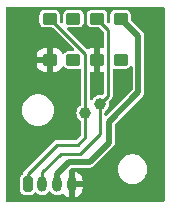
<source format=gbr>
%TF.GenerationSoftware,KiCad,Pcbnew,(6.0.4)*%
%TF.CreationDate,2022-07-21T21:10:16-04:00*%
%TF.ProjectId,XpandShieldMK3_2,5870616e-6453-4686-9965-6c644d4b335f,rev?*%
%TF.SameCoordinates,Original*%
%TF.FileFunction,Copper,L2,Bot*%
%TF.FilePolarity,Positive*%
%FSLAX46Y46*%
G04 Gerber Fmt 4.6, Leading zero omitted, Abs format (unit mm)*
G04 Created by KiCad (PCBNEW (6.0.4)) date 2022-07-21 21:10:16*
%MOMM*%
%LPD*%
G01*
G04 APERTURE LIST*
G04 Aperture macros list*
%AMRoundRect*
0 Rectangle with rounded corners*
0 $1 Rounding radius*
0 $2 $3 $4 $5 $6 $7 $8 $9 X,Y pos of 4 corners*
0 Add a 4 corners polygon primitive as box body*
4,1,4,$2,$3,$4,$5,$6,$7,$8,$9,$2,$3,0*
0 Add four circle primitives for the rounded corners*
1,1,$1+$1,$2,$3*
1,1,$1+$1,$4,$5*
1,1,$1+$1,$6,$7*
1,1,$1+$1,$8,$9*
0 Add four rect primitives between the rounded corners*
20,1,$1+$1,$2,$3,$4,$5,0*
20,1,$1+$1,$4,$5,$6,$7,0*
20,1,$1+$1,$6,$7,$8,$9,0*
20,1,$1+$1,$8,$9,$2,$3,0*%
G04 Aperture macros list end*
%TA.AperFunction,ComponentPad*%
%ADD10RoundRect,0.200000X-0.200000X-0.450000X0.200000X-0.450000X0.200000X0.450000X-0.200000X0.450000X0*%
%TD*%
%TA.AperFunction,ComponentPad*%
%ADD11O,0.800000X1.300000*%
%TD*%
%TA.AperFunction,ComponentPad*%
%ADD12RoundRect,0.250000X-0.375000X-0.250000X0.375000X-0.250000X0.375000X0.250000X-0.375000X0.250000X0*%
%TD*%
%TA.AperFunction,ViaPad*%
%ADD13C,1.000000*%
%TD*%
%TA.AperFunction,Conductor*%
%ADD14C,0.500000*%
%TD*%
%TA.AperFunction,Conductor*%
%ADD15C,0.250000*%
%TD*%
G04 APERTURE END LIST*
D10*
%TO.P,REF\u002A\u002A,1*%
%TO.N,PA06*%
X23565000Y-29865000D03*
D11*
%TO.P,REF\u002A\u002A,2*%
%TO.N,PA07*%
X24815000Y-29865000D03*
%TO.P,REF\u002A\u002A,3*%
%TO.N,P3v3*%
X26065000Y-29865000D03*
%TO.P,REF\u002A\u002A,4*%
%TO.N,GND*%
X27315000Y-29865000D03*
%TD*%
D12*
%TO.P,OPT_INT,1*%
%TO.N,PA07*%
X29440000Y-15815000D03*
%TO.P,OPT_INT,2*%
%TO.N,P3v3*%
X31440000Y-15815000D03*
%TO.P,OPT_INT,3*%
%TO.N,GND*%
X29440000Y-19315000D03*
%TO.P,OPT_INT,4*%
%TO.N,VLED0*%
X31440000Y-19315000D03*
%TD*%
%TO.P,OPT_INT,1*%
%TO.N,PA06*%
X25440000Y-15815000D03*
%TO.P,OPT_INT,2*%
%TO.N,P3v3*%
X27440000Y-15815000D03*
%TO.P,OPT_INT,3*%
%TO.N,GND*%
X25440000Y-19315000D03*
%TO.P,OPT_INT,4*%
%TO.N,VLED0*%
X27440000Y-19315000D03*
%TD*%
D13*
%TO.N,PA06*%
X28440000Y-23815000D03*
%TO.N,PA07*%
X29690000Y-23065000D03*
%TD*%
D14*
%TO.N,P3v3*%
X26065000Y-29865000D02*
X26065000Y-28940000D01*
X30440000Y-26315000D02*
X30440000Y-24565000D01*
X28815000Y-27940000D02*
X30440000Y-26315000D01*
X26065000Y-28940000D02*
X27065000Y-27940000D01*
X32940000Y-22065000D02*
X32940000Y-17315000D01*
X27065000Y-27940000D02*
X28815000Y-27940000D01*
X30440000Y-24565000D02*
X32940000Y-22065000D01*
X32940000Y-17315000D02*
X31440000Y-15815000D01*
D15*
%TO.N,PA06*%
X28440000Y-25840000D02*
X27790000Y-26490000D01*
X27790000Y-26490000D02*
X26040000Y-26490000D01*
X28440000Y-23815000D02*
X28440000Y-18815000D01*
X25440000Y-15815000D02*
X28440000Y-18815000D01*
X26040000Y-26490000D02*
X23565000Y-28965000D01*
X28440000Y-23815000D02*
X28440000Y-25840000D01*
X23565000Y-28965000D02*
X23565000Y-29865000D01*
%TO.N,PA07*%
X30389520Y-22365480D02*
X29690000Y-23065000D01*
X24815000Y-28815000D02*
X26377500Y-27252500D01*
X24815000Y-29865000D02*
X24815000Y-28815000D01*
X30389520Y-16764520D02*
X30389520Y-22365480D01*
X29690000Y-25565000D02*
X29690000Y-23065000D01*
X26377500Y-27252500D02*
X28002500Y-27252500D01*
X28002500Y-27252500D02*
X29690000Y-25565000D01*
X29440000Y-15815000D02*
X30389520Y-16764520D01*
%TD*%
%TA.AperFunction,Conductor*%
%TO.N,GND*%
G36*
X35132539Y-14835185D02*
G01*
X35178294Y-14887989D01*
X35189500Y-14939500D01*
X35189500Y-31190500D01*
X35169815Y-31257539D01*
X35117011Y-31303294D01*
X35065500Y-31314500D01*
X21814500Y-31314500D01*
X21747461Y-31294815D01*
X21701706Y-31242011D01*
X21690500Y-31190500D01*
X21690500Y-30368834D01*
X22914500Y-30368834D01*
X22917481Y-30400369D01*
X22938574Y-30460434D01*
X22952607Y-30500393D01*
X22962366Y-30528184D01*
X22967871Y-30535637D01*
X22967872Y-30535639D01*
X22992374Y-30568811D01*
X23042850Y-30637150D01*
X23050306Y-30642657D01*
X23144361Y-30712128D01*
X23144363Y-30712129D01*
X23151816Y-30717634D01*
X23160555Y-30720703D01*
X23160557Y-30720704D01*
X23202008Y-30735260D01*
X23279631Y-30762519D01*
X23287150Y-30763230D01*
X23287151Y-30763230D01*
X23308252Y-30765225D01*
X23308262Y-30765225D01*
X23311166Y-30765500D01*
X23818834Y-30765500D01*
X23821738Y-30765225D01*
X23821748Y-30765225D01*
X23842849Y-30763230D01*
X23842850Y-30763230D01*
X23850369Y-30762519D01*
X23927992Y-30735260D01*
X23969443Y-30720704D01*
X23969445Y-30720703D01*
X23978184Y-30717634D01*
X23985637Y-30712129D01*
X23985639Y-30712128D01*
X24079694Y-30642657D01*
X24087150Y-30637150D01*
X24139723Y-30565972D01*
X24195385Y-30523744D01*
X24265044Y-30518312D01*
X24329857Y-30554762D01*
X24332449Y-30557522D01*
X24337037Y-30563837D01*
X24343050Y-30568811D01*
X24430667Y-30641294D01*
X24463674Y-30668600D01*
X24612387Y-30738579D01*
X24620044Y-30740040D01*
X24620045Y-30740040D01*
X24693109Y-30753978D01*
X24773830Y-30769376D01*
X24937860Y-30759056D01*
X24945278Y-30756646D01*
X24945282Y-30756645D01*
X25047352Y-30723480D01*
X25094171Y-30708268D01*
X25151449Y-30671918D01*
X25226353Y-30624383D01*
X25226357Y-30624380D01*
X25232940Y-30620202D01*
X25345448Y-30500393D01*
X25345599Y-30500535D01*
X25397603Y-30460434D01*
X25467216Y-30454455D01*
X25529011Y-30487060D01*
X25542909Y-30503100D01*
X25587037Y-30563837D01*
X25593050Y-30568811D01*
X25680667Y-30641294D01*
X25713674Y-30668600D01*
X25862387Y-30738579D01*
X25870044Y-30740040D01*
X25870045Y-30740040D01*
X25943109Y-30753978D01*
X26023830Y-30769376D01*
X26187860Y-30759056D01*
X26195278Y-30756646D01*
X26195282Y-30756645D01*
X26297352Y-30723480D01*
X26344171Y-30708268D01*
X26442751Y-30645707D01*
X26509901Y-30626406D01*
X26576827Y-30646473D01*
X26601343Y-30667432D01*
X26705119Y-30782686D01*
X26714720Y-30791331D01*
X26857266Y-30894898D01*
X26868455Y-30901358D01*
X27029421Y-30973024D01*
X27041706Y-30977016D01*
X27047560Y-30978260D01*
X27061400Y-30977204D01*
X27065000Y-30967409D01*
X27065000Y-30964137D01*
X27565000Y-30964137D01*
X27568910Y-30977454D01*
X27579241Y-30978940D01*
X27588294Y-30977016D01*
X27600579Y-30973024D01*
X27761544Y-30901358D01*
X27772733Y-30894898D01*
X27915280Y-30791331D01*
X27924881Y-30782686D01*
X28042779Y-30651748D01*
X28050374Y-30641294D01*
X28138469Y-30488708D01*
X28143727Y-30476900D01*
X28198175Y-30309327D01*
X28200861Y-30296693D01*
X28214661Y-30165386D01*
X28215000Y-30158922D01*
X28215000Y-30132830D01*
X28210596Y-30117831D01*
X28209226Y-30116644D01*
X28201668Y-30115000D01*
X27582830Y-30115000D01*
X27567831Y-30119404D01*
X27566644Y-30120774D01*
X27565000Y-30128332D01*
X27565000Y-30964137D01*
X27065000Y-30964137D01*
X27065000Y-29597170D01*
X27565000Y-29597170D01*
X27569404Y-29612169D01*
X27570774Y-29613356D01*
X27578332Y-29615000D01*
X28197170Y-29615000D01*
X28212169Y-29610596D01*
X28213356Y-29609226D01*
X28215000Y-29601668D01*
X28215000Y-29571078D01*
X28214661Y-29564614D01*
X28200861Y-29433307D01*
X28198175Y-29420673D01*
X28143727Y-29253100D01*
X28138469Y-29241292D01*
X28050374Y-29088706D01*
X28042779Y-29078252D01*
X27924881Y-28947314D01*
X27915280Y-28938669D01*
X27772734Y-28835102D01*
X27761545Y-28828642D01*
X27600579Y-28756976D01*
X27588294Y-28752984D01*
X27582440Y-28751740D01*
X27568600Y-28752796D01*
X27565000Y-28762591D01*
X27565000Y-29597170D01*
X27065000Y-29597170D01*
X27065000Y-28765864D01*
X27058933Y-28745203D01*
X27058932Y-28675333D01*
X27090229Y-28622585D01*
X27147814Y-28565000D01*
X31184723Y-28565000D01*
X31203793Y-28782977D01*
X31205195Y-28788209D01*
X31255083Y-28974392D01*
X31260425Y-28994330D01*
X31352898Y-29192638D01*
X31356005Y-29197075D01*
X31356006Y-29197077D01*
X31475296Y-29367442D01*
X31475300Y-29367446D01*
X31478402Y-29371877D01*
X31633123Y-29526598D01*
X31812361Y-29652102D01*
X32010670Y-29744575D01*
X32015893Y-29745974D01*
X32015897Y-29745976D01*
X32182901Y-29790724D01*
X32222023Y-29801207D01*
X32440000Y-29820277D01*
X32657977Y-29801207D01*
X32697099Y-29790724D01*
X32864103Y-29745976D01*
X32864107Y-29745974D01*
X32869330Y-29744575D01*
X33067639Y-29652102D01*
X33246877Y-29526598D01*
X33401598Y-29371877D01*
X33404700Y-29367446D01*
X33404704Y-29367442D01*
X33523994Y-29197077D01*
X33523995Y-29197075D01*
X33527102Y-29192638D01*
X33619575Y-28994330D01*
X33624918Y-28974392D01*
X33674805Y-28788209D01*
X33676207Y-28782977D01*
X33695277Y-28565000D01*
X33676207Y-28347023D01*
X33652584Y-28258861D01*
X33620976Y-28140897D01*
X33620974Y-28140893D01*
X33619575Y-28135670D01*
X33527102Y-27937362D01*
X33454016Y-27832984D01*
X33404704Y-27762558D01*
X33404700Y-27762554D01*
X33401598Y-27758123D01*
X33246877Y-27603402D01*
X33067639Y-27477898D01*
X32869330Y-27385425D01*
X32864107Y-27384026D01*
X32864103Y-27384024D01*
X32663209Y-27330195D01*
X32663210Y-27330195D01*
X32657977Y-27328793D01*
X32440000Y-27309723D01*
X32222023Y-27328793D01*
X32216790Y-27330195D01*
X32216791Y-27330195D01*
X32015897Y-27384024D01*
X32015893Y-27384026D01*
X32010670Y-27385425D01*
X31812362Y-27477898D01*
X31807925Y-27481005D01*
X31807923Y-27481006D01*
X31637558Y-27600296D01*
X31637557Y-27600297D01*
X31633123Y-27603402D01*
X31478402Y-27758123D01*
X31475300Y-27762554D01*
X31475296Y-27762558D01*
X31425984Y-27832984D01*
X31352898Y-27937362D01*
X31260425Y-28135670D01*
X31259026Y-28140893D01*
X31259024Y-28140897D01*
X31227416Y-28258861D01*
X31203793Y-28347023D01*
X31199250Y-28398949D01*
X31186349Y-28546423D01*
X31185639Y-28554535D01*
X31184723Y-28565000D01*
X27147814Y-28565000D01*
X27235995Y-28476819D01*
X27297318Y-28443334D01*
X27323676Y-28440500D01*
X28745039Y-28440500D01*
X28756985Y-28441835D01*
X28757023Y-28441361D01*
X28765832Y-28442070D01*
X28774447Y-28444019D01*
X28783264Y-28443472D01*
X28783265Y-28443472D01*
X28827328Y-28440738D01*
X28835007Y-28440500D01*
X28850940Y-28440500D01*
X28855308Y-28439874D01*
X28855314Y-28439874D01*
X28861130Y-28439041D01*
X28871029Y-28438027D01*
X28903452Y-28436015D01*
X28908722Y-28435688D01*
X28917538Y-28435141D01*
X28925849Y-28432140D01*
X28928681Y-28431554D01*
X28945384Y-28427390D01*
X28948168Y-28426576D01*
X28956918Y-28425323D01*
X28999348Y-28406031D01*
X29008554Y-28402284D01*
X29044075Y-28389461D01*
X29044077Y-28389460D01*
X29052387Y-28386460D01*
X29059525Y-28381245D01*
X29062085Y-28379884D01*
X29076955Y-28371195D01*
X29079385Y-28369641D01*
X29087428Y-28365984D01*
X29122743Y-28335554D01*
X29130531Y-28329371D01*
X29141336Y-28321478D01*
X29152136Y-28310678D01*
X29158875Y-28304421D01*
X29189345Y-28278167D01*
X29189348Y-28278164D01*
X29196037Y-28272400D01*
X29200843Y-28264985D01*
X29206185Y-28258861D01*
X29215651Y-28247163D01*
X30744439Y-26718375D01*
X30753828Y-26710872D01*
X30753520Y-26710510D01*
X30760246Y-26704785D01*
X30767720Y-26700070D01*
X30802793Y-26660357D01*
X30808055Y-26654759D01*
X30819320Y-26643494D01*
X30825490Y-26635262D01*
X30831773Y-26627543D01*
X30856776Y-26599233D01*
X30856777Y-26599231D01*
X30862623Y-26592612D01*
X30866377Y-26584616D01*
X30867957Y-26582211D01*
X30876834Y-26567439D01*
X30878227Y-26564895D01*
X30883526Y-26557824D01*
X30899883Y-26514193D01*
X30903747Y-26505023D01*
X30919799Y-26470834D01*
X30919800Y-26470830D01*
X30923553Y-26462837D01*
X30924912Y-26454109D01*
X30925756Y-26451348D01*
X30930129Y-26434679D01*
X30930750Y-26431856D01*
X30933852Y-26423581D01*
X30937306Y-26377101D01*
X30938441Y-26367215D01*
X30939764Y-26358716D01*
X30940500Y-26353991D01*
X30940500Y-26338715D01*
X30940841Y-26329526D01*
X30943821Y-26289418D01*
X30944476Y-26280608D01*
X30942632Y-26271968D01*
X30942078Y-26263846D01*
X30940500Y-26248894D01*
X30940500Y-24823676D01*
X30960185Y-24756637D01*
X30976819Y-24735995D01*
X33244438Y-22468375D01*
X33253830Y-22460871D01*
X33253522Y-22460509D01*
X33260250Y-22454783D01*
X33267720Y-22450070D01*
X33278121Y-22438294D01*
X33302801Y-22410348D01*
X33308063Y-22404750D01*
X33319320Y-22393493D01*
X33321961Y-22389969D01*
X33321967Y-22389962D01*
X33325489Y-22385262D01*
X33331773Y-22377543D01*
X33356776Y-22349233D01*
X33356777Y-22349231D01*
X33362623Y-22342612D01*
X33366377Y-22334617D01*
X33367970Y-22332191D01*
X33376837Y-22317434D01*
X33378229Y-22314891D01*
X33383526Y-22307824D01*
X33399885Y-22264187D01*
X33403742Y-22255032D01*
X33423553Y-22212837D01*
X33424913Y-22204103D01*
X33425762Y-22201325D01*
X33430130Y-22184678D01*
X33430752Y-22181848D01*
X33433852Y-22173580D01*
X33437306Y-22127097D01*
X33438439Y-22117227D01*
X33440500Y-22103991D01*
X33440500Y-22088715D01*
X33440841Y-22079526D01*
X33443821Y-22039418D01*
X33444476Y-22030608D01*
X33442632Y-22021968D01*
X33442078Y-22013846D01*
X33440500Y-21998894D01*
X33440500Y-17384952D01*
X33441834Y-17373011D01*
X33441360Y-17372973D01*
X33442069Y-17364167D01*
X33444018Y-17355552D01*
X33440738Y-17302680D01*
X33440500Y-17295002D01*
X33440500Y-17279060D01*
X33439041Y-17268867D01*
X33438027Y-17258973D01*
X33435688Y-17221279D01*
X33435141Y-17212461D01*
X33432142Y-17204152D01*
X33431552Y-17201305D01*
X33427387Y-17184600D01*
X33426575Y-17181823D01*
X33425323Y-17173082D01*
X33421668Y-17165043D01*
X33421667Y-17165040D01*
X33406034Y-17130657D01*
X33402281Y-17121439D01*
X33386460Y-17077613D01*
X33381247Y-17070477D01*
X33379889Y-17067923D01*
X33371195Y-17053045D01*
X33369641Y-17050615D01*
X33365984Y-17042572D01*
X33335554Y-17007257D01*
X33329366Y-16999462D01*
X33321478Y-16988664D01*
X33310678Y-16977864D01*
X33304421Y-16971125D01*
X33278167Y-16940655D01*
X33278164Y-16940652D01*
X33272400Y-16933963D01*
X33264985Y-16929157D01*
X33258861Y-16923815D01*
X33247163Y-16914349D01*
X32351819Y-16019005D01*
X32318334Y-15957682D01*
X32315500Y-15931324D01*
X32315499Y-15520985D01*
X32315499Y-15517624D01*
X32308851Y-15456420D01*
X32258526Y-15322176D01*
X32172546Y-15207454D01*
X32165481Y-15202159D01*
X32064891Y-15126770D01*
X32064889Y-15126769D01*
X32057824Y-15121474D01*
X31923580Y-15071149D01*
X31862377Y-15064500D01*
X31440063Y-15064500D01*
X31017624Y-15064501D01*
X30956420Y-15071149D01*
X30822176Y-15121474D01*
X30815111Y-15126769D01*
X30815109Y-15126770D01*
X30714519Y-15202159D01*
X30707454Y-15207454D01*
X30621474Y-15322176D01*
X30571149Y-15456420D01*
X30564500Y-15517623D01*
X30564500Y-15520983D01*
X30564501Y-16109102D01*
X30544817Y-16176141D01*
X30492013Y-16221896D01*
X30422854Y-16231840D01*
X30359298Y-16202815D01*
X30352820Y-16196783D01*
X30351819Y-16195782D01*
X30318334Y-16134459D01*
X30315500Y-16108101D01*
X30315499Y-15520985D01*
X30315499Y-15517624D01*
X30308851Y-15456420D01*
X30258526Y-15322176D01*
X30172546Y-15207454D01*
X30165481Y-15202159D01*
X30064891Y-15126770D01*
X30064889Y-15126769D01*
X30057824Y-15121474D01*
X29923580Y-15071149D01*
X29862377Y-15064500D01*
X29440063Y-15064500D01*
X29017624Y-15064501D01*
X28956420Y-15071149D01*
X28822176Y-15121474D01*
X28815111Y-15126769D01*
X28815109Y-15126770D01*
X28714519Y-15202159D01*
X28707454Y-15207454D01*
X28621474Y-15322176D01*
X28571149Y-15456420D01*
X28564500Y-15517623D01*
X28564501Y-16112376D01*
X28571149Y-16173580D01*
X28621474Y-16307824D01*
X28707454Y-16422546D01*
X28714519Y-16427841D01*
X28815109Y-16503230D01*
X28815111Y-16503231D01*
X28822176Y-16508526D01*
X28956420Y-16558851D01*
X29017623Y-16565500D01*
X29057033Y-16565500D01*
X29608100Y-16565499D01*
X29675139Y-16585183D01*
X29695781Y-16601818D01*
X29977701Y-16883738D01*
X30011186Y-16945061D01*
X30014020Y-16971419D01*
X30014020Y-18192931D01*
X29994335Y-18259970D01*
X29941531Y-18305725D01*
X29877386Y-18316286D01*
X29867974Y-18315322D01*
X29861675Y-18315000D01*
X29707830Y-18315000D01*
X29692831Y-18319404D01*
X29691644Y-18320774D01*
X29690000Y-18328332D01*
X29690000Y-20297169D01*
X29694404Y-20312168D01*
X29695774Y-20313355D01*
X29703332Y-20314999D01*
X29861636Y-20314999D01*
X29868025Y-20314668D01*
X29877228Y-20313714D01*
X29945941Y-20326377D01*
X29996899Y-20374180D01*
X30014020Y-20437052D01*
X30014020Y-22158581D01*
X29994335Y-22225620D01*
X29977701Y-22246262D01*
X29933446Y-22290517D01*
X29872123Y-22324002D01*
X29831082Y-22325964D01*
X29695273Y-22309769D01*
X29688384Y-22310493D01*
X29688381Y-22310493D01*
X29534718Y-22326644D01*
X29534717Y-22326644D01*
X29527821Y-22327369D01*
X29521254Y-22329604D01*
X29521252Y-22329605D01*
X29374998Y-22379394D01*
X29374995Y-22379395D01*
X29368431Y-22381630D01*
X29225022Y-22469856D01*
X29220070Y-22474706D01*
X29220068Y-22474707D01*
X29109680Y-22582807D01*
X29109677Y-22582811D01*
X29104724Y-22587661D01*
X29100969Y-22593487D01*
X29100967Y-22593490D01*
X29043730Y-22682305D01*
X28990868Y-22727993D01*
X28921697Y-22737848D01*
X28858178Y-22708743D01*
X28820479Y-22649917D01*
X28815500Y-22615133D01*
X28815500Y-20431896D01*
X28835185Y-20364857D01*
X28887989Y-20319102D01*
X28952140Y-20308542D01*
X29012021Y-20314678D01*
X29018325Y-20315000D01*
X29172170Y-20315000D01*
X29187169Y-20310596D01*
X29188356Y-20309226D01*
X29190000Y-20301668D01*
X29190000Y-18332831D01*
X29185596Y-18317832D01*
X29184226Y-18316645D01*
X29176668Y-18315001D01*
X29018364Y-18315001D01*
X29011985Y-18315331D01*
X28917329Y-18325151D01*
X28904151Y-18327997D01*
X28751515Y-18378921D01*
X28738554Y-18384992D01*
X28700033Y-18408829D01*
X28632668Y-18427367D01*
X28565974Y-18406541D01*
X28547103Y-18391066D01*
X26933218Y-16777181D01*
X26899733Y-16715858D01*
X26904717Y-16646166D01*
X26946589Y-16590233D01*
X27012053Y-16565816D01*
X27020899Y-16565500D01*
X27434590Y-16565500D01*
X27862376Y-16565499D01*
X27923580Y-16558851D01*
X28057824Y-16508526D01*
X28064889Y-16503231D01*
X28064891Y-16503230D01*
X28165481Y-16427841D01*
X28172546Y-16422546D01*
X28258526Y-16307824D01*
X28308851Y-16173580D01*
X28315500Y-16112377D01*
X28315499Y-15517624D01*
X28308851Y-15456420D01*
X28258526Y-15322176D01*
X28172546Y-15207454D01*
X28165481Y-15202159D01*
X28064891Y-15126770D01*
X28064889Y-15126769D01*
X28057824Y-15121474D01*
X27923580Y-15071149D01*
X27862377Y-15064500D01*
X27440063Y-15064500D01*
X27017624Y-15064501D01*
X26956420Y-15071149D01*
X26822176Y-15121474D01*
X26815111Y-15126769D01*
X26815109Y-15126770D01*
X26714519Y-15202159D01*
X26707454Y-15207454D01*
X26621474Y-15322176D01*
X26571149Y-15456420D01*
X26564500Y-15517623D01*
X26564500Y-15520983D01*
X26564501Y-16109102D01*
X26544817Y-16176141D01*
X26492013Y-16221896D01*
X26422854Y-16231840D01*
X26359298Y-16202815D01*
X26352820Y-16196783D01*
X26351819Y-16195782D01*
X26318334Y-16134459D01*
X26315500Y-16108101D01*
X26315499Y-15520985D01*
X26315499Y-15517624D01*
X26308851Y-15456420D01*
X26258526Y-15322176D01*
X26172546Y-15207454D01*
X26165481Y-15202159D01*
X26064891Y-15126770D01*
X26064889Y-15126769D01*
X26057824Y-15121474D01*
X25923580Y-15071149D01*
X25862377Y-15064500D01*
X25440063Y-15064500D01*
X25017624Y-15064501D01*
X24956420Y-15071149D01*
X24822176Y-15121474D01*
X24815111Y-15126769D01*
X24815109Y-15126770D01*
X24714519Y-15202159D01*
X24707454Y-15207454D01*
X24621474Y-15322176D01*
X24571149Y-15456420D01*
X24564500Y-15517623D01*
X24564501Y-16112376D01*
X24571149Y-16173580D01*
X24621474Y-16307824D01*
X24707454Y-16422546D01*
X24714519Y-16427841D01*
X24815109Y-16503230D01*
X24815111Y-16503231D01*
X24822176Y-16508526D01*
X24956420Y-16558851D01*
X25017623Y-16565500D01*
X25057033Y-16565500D01*
X25608100Y-16565499D01*
X25675139Y-16585183D01*
X25695781Y-16601818D01*
X27446783Y-18352821D01*
X27480267Y-18414142D01*
X27475283Y-18483834D01*
X27433411Y-18539767D01*
X27367947Y-18564184D01*
X27359101Y-18564500D01*
X27024739Y-18564501D01*
X27017624Y-18564501D01*
X26956420Y-18571149D01*
X26822176Y-18621474D01*
X26815111Y-18626769D01*
X26815109Y-18626770D01*
X26791494Y-18644469D01*
X26707454Y-18707454D01*
X26702159Y-18714519D01*
X26702156Y-18714522D01*
X26689563Y-18731325D01*
X26633606Y-18773166D01*
X26563912Y-18778112D01*
X26502607Y-18744593D01*
X26484893Y-18722211D01*
X26410560Y-18602090D01*
X26401675Y-18590880D01*
X26288096Y-18477499D01*
X26276865Y-18468630D01*
X26140259Y-18384425D01*
X26127282Y-18378373D01*
X25974554Y-18327715D01*
X25961387Y-18324892D01*
X25867981Y-18315322D01*
X25861675Y-18315000D01*
X25707830Y-18315000D01*
X25692831Y-18319404D01*
X25691644Y-18320774D01*
X25690000Y-18328332D01*
X25690000Y-20297169D01*
X25694404Y-20312168D01*
X25695774Y-20313355D01*
X25703332Y-20314999D01*
X25861636Y-20314999D01*
X25868015Y-20314669D01*
X25962671Y-20304849D01*
X25975849Y-20302003D01*
X26128481Y-20251080D01*
X26141443Y-20245009D01*
X26277907Y-20160562D01*
X26289120Y-20151675D01*
X26402501Y-20038096D01*
X26411368Y-20026868D01*
X26484712Y-19907882D01*
X26536646Y-19861143D01*
X26605606Y-19849901D01*
X26669696Y-19877726D01*
X26689495Y-19898584D01*
X26702157Y-19915479D01*
X26702159Y-19915481D01*
X26707454Y-19922546D01*
X26714519Y-19927841D01*
X26815109Y-20003230D01*
X26815111Y-20003231D01*
X26822176Y-20008526D01*
X26956420Y-20058851D01*
X27017623Y-20065500D01*
X27439937Y-20065500D01*
X27862376Y-20065499D01*
X27923580Y-20058851D01*
X27923843Y-20061276D01*
X27981601Y-20064297D01*
X28038326Y-20105090D01*
X28063992Y-20170074D01*
X28064500Y-20181287D01*
X28064500Y-23095508D01*
X28044815Y-23162547D01*
X28005474Y-23201122D01*
X27975022Y-23219856D01*
X27970070Y-23224706D01*
X27970068Y-23224707D01*
X27859680Y-23332807D01*
X27859677Y-23332811D01*
X27854724Y-23337661D01*
X27763515Y-23479190D01*
X27761145Y-23485702D01*
X27721541Y-23594512D01*
X27705927Y-23637409D01*
X27684825Y-23804455D01*
X27701255Y-23972025D01*
X27754402Y-24131791D01*
X27757995Y-24137724D01*
X27757996Y-24137726D01*
X27838033Y-24269883D01*
X27841624Y-24275812D01*
X27846437Y-24280796D01*
X27935404Y-24372923D01*
X27958586Y-24396929D01*
X28008401Y-24429527D01*
X28053715Y-24482704D01*
X28064500Y-24533283D01*
X28064500Y-25633101D01*
X28044815Y-25700140D01*
X28028181Y-25720782D01*
X27670782Y-26078181D01*
X27609459Y-26111666D01*
X27583101Y-26114500D01*
X26093285Y-26114500D01*
X26069349Y-26111953D01*
X26067954Y-26111887D01*
X26057934Y-26109730D01*
X26047759Y-26110934D01*
X26047754Y-26110934D01*
X26024891Y-26113640D01*
X26019014Y-26113987D01*
X26019022Y-26114079D01*
X26013927Y-26114500D01*
X26008807Y-26114500D01*
X26003760Y-26115340D01*
X26003749Y-26115341D01*
X25989981Y-26117633D01*
X25984198Y-26118456D01*
X25943970Y-26123217D01*
X25943963Y-26123219D01*
X25933791Y-26124423D01*
X25925622Y-26128346D01*
X25916687Y-26129833D01*
X25907672Y-26134697D01*
X25907667Y-26134699D01*
X25872033Y-26153926D01*
X25866835Y-26156575D01*
X25821101Y-26178537D01*
X25816869Y-26182094D01*
X25814959Y-26184004D01*
X25813057Y-26185749D01*
X25812992Y-26185784D01*
X25812876Y-26185658D01*
X25812326Y-26186143D01*
X25806671Y-26189194D01*
X25799711Y-26196723D01*
X25799710Y-26196724D01*
X25770447Y-26228381D01*
X25767072Y-26231891D01*
X23337161Y-28661802D01*
X23318432Y-28676929D01*
X23317398Y-28677870D01*
X23308790Y-28683428D01*
X23302448Y-28691473D01*
X23288193Y-28709555D01*
X23284280Y-28713958D01*
X23284350Y-28714017D01*
X23281043Y-28717920D01*
X23277425Y-28721538D01*
X23274451Y-28725700D01*
X23266321Y-28737077D01*
X23262830Y-28741728D01*
X23231397Y-28781600D01*
X23228395Y-28790149D01*
X23223128Y-28797519D01*
X23212990Y-28831420D01*
X23208594Y-28846118D01*
X23206788Y-28851676D01*
X23195837Y-28882862D01*
X23189977Y-28899548D01*
X23189500Y-28905055D01*
X23189500Y-28907739D01*
X23189387Y-28910341D01*
X23189365Y-28910415D01*
X23189196Y-28910408D01*
X23189150Y-28911133D01*
X23187310Y-28917287D01*
X23187712Y-28927529D01*
X23186428Y-28937696D01*
X23182678Y-28937222D01*
X23170337Y-28986344D01*
X23137129Y-29023214D01*
X23042850Y-29092850D01*
X23037343Y-29100306D01*
X22987746Y-29167455D01*
X22962366Y-29201816D01*
X22959297Y-29210555D01*
X22959296Y-29210557D01*
X22942551Y-29258242D01*
X22917481Y-29329631D01*
X22914500Y-29361166D01*
X22914500Y-30368834D01*
X21690500Y-30368834D01*
X21690500Y-23565000D01*
X23084341Y-23565000D01*
X23084813Y-23570395D01*
X23099794Y-23741621D01*
X23104937Y-23800408D01*
X23106336Y-23805631D01*
X23106337Y-23805634D01*
X23108847Y-23815000D01*
X23166097Y-24028663D01*
X23168384Y-24033567D01*
X23168386Y-24033573D01*
X23233531Y-24173274D01*
X23265965Y-24242829D01*
X23269072Y-24247266D01*
X23269073Y-24247268D01*
X23398399Y-24431966D01*
X23398403Y-24431970D01*
X23401505Y-24436401D01*
X23568599Y-24603495D01*
X23762170Y-24739035D01*
X23976337Y-24838903D01*
X24060137Y-24861357D01*
X24199366Y-24898663D01*
X24199369Y-24898664D01*
X24204592Y-24900063D01*
X24209979Y-24900534D01*
X24209983Y-24900535D01*
X24434605Y-24920187D01*
X24440000Y-24920659D01*
X24445395Y-24920187D01*
X24670017Y-24900535D01*
X24670021Y-24900534D01*
X24675408Y-24900063D01*
X24680631Y-24898664D01*
X24680634Y-24898663D01*
X24819863Y-24861357D01*
X24903663Y-24838903D01*
X25117830Y-24739035D01*
X25311401Y-24603495D01*
X25478495Y-24436401D01*
X25481597Y-24431970D01*
X25481601Y-24431966D01*
X25610927Y-24247268D01*
X25610928Y-24247266D01*
X25614035Y-24242829D01*
X25646469Y-24173274D01*
X25711614Y-24033573D01*
X25711616Y-24033567D01*
X25713903Y-24028663D01*
X25771153Y-23815000D01*
X25773663Y-23805634D01*
X25773664Y-23805631D01*
X25775063Y-23800408D01*
X25780207Y-23741621D01*
X25795187Y-23570395D01*
X25795659Y-23565000D01*
X25788721Y-23485702D01*
X25775535Y-23334983D01*
X25775534Y-23334979D01*
X25775063Y-23329592D01*
X25763430Y-23286174D01*
X25715305Y-23106570D01*
X25713903Y-23101337D01*
X25711616Y-23096433D01*
X25711614Y-23096427D01*
X25616325Y-22892082D01*
X25614035Y-22887171D01*
X25601594Y-22869403D01*
X25481601Y-22698034D01*
X25481597Y-22698030D01*
X25478495Y-22693599D01*
X25311401Y-22526505D01*
X25117830Y-22390965D01*
X24903663Y-22291097D01*
X24768998Y-22255014D01*
X24680634Y-22231337D01*
X24680631Y-22231336D01*
X24675408Y-22229937D01*
X24670021Y-22229466D01*
X24670017Y-22229465D01*
X24445395Y-22209813D01*
X24440000Y-22209341D01*
X24434605Y-22209813D01*
X24209983Y-22229465D01*
X24209979Y-22229466D01*
X24204592Y-22229937D01*
X24199369Y-22231336D01*
X24199366Y-22231337D01*
X24111002Y-22255014D01*
X23976337Y-22291097D01*
X23971433Y-22293384D01*
X23971427Y-22293386D01*
X23834084Y-22357431D01*
X23762171Y-22390965D01*
X23757734Y-22394072D01*
X23757732Y-22394073D01*
X23573034Y-22523399D01*
X23573033Y-22523400D01*
X23568599Y-22526505D01*
X23401505Y-22693599D01*
X23398403Y-22698030D01*
X23398399Y-22698034D01*
X23278406Y-22869403D01*
X23265965Y-22887171D01*
X23263675Y-22892082D01*
X23168386Y-23096427D01*
X23168384Y-23096433D01*
X23166097Y-23101337D01*
X23164695Y-23106570D01*
X23116571Y-23286174D01*
X23104937Y-23329592D01*
X23104466Y-23334979D01*
X23104465Y-23334983D01*
X23091279Y-23485702D01*
X23084341Y-23565000D01*
X21690500Y-23565000D01*
X21690500Y-19611636D01*
X24315001Y-19611636D01*
X24315331Y-19618015D01*
X24325151Y-19712671D01*
X24327997Y-19725849D01*
X24378920Y-19878481D01*
X24384991Y-19891443D01*
X24469438Y-20027907D01*
X24478325Y-20039120D01*
X24591904Y-20152501D01*
X24603135Y-20161370D01*
X24739741Y-20245575D01*
X24752718Y-20251627D01*
X24905446Y-20302285D01*
X24918613Y-20305108D01*
X25012019Y-20314678D01*
X25018325Y-20315000D01*
X25172170Y-20315000D01*
X25187169Y-20310596D01*
X25188356Y-20309226D01*
X25190000Y-20301668D01*
X25190000Y-19582830D01*
X25185596Y-19567831D01*
X25184226Y-19566644D01*
X25176668Y-19565000D01*
X24332831Y-19565000D01*
X24317832Y-19569404D01*
X24316645Y-19570774D01*
X24315001Y-19578332D01*
X24315001Y-19611636D01*
X21690500Y-19611636D01*
X21690500Y-19047170D01*
X24315000Y-19047170D01*
X24319404Y-19062169D01*
X24320774Y-19063356D01*
X24328332Y-19065000D01*
X25172170Y-19065000D01*
X25187169Y-19060596D01*
X25188356Y-19059226D01*
X25190000Y-19051668D01*
X25190000Y-18332831D01*
X25185596Y-18317832D01*
X25184226Y-18316645D01*
X25176668Y-18315001D01*
X25018364Y-18315001D01*
X25011985Y-18315331D01*
X24917329Y-18325151D01*
X24904151Y-18327997D01*
X24751519Y-18378920D01*
X24738557Y-18384991D01*
X24602093Y-18469438D01*
X24590880Y-18478325D01*
X24477499Y-18591904D01*
X24468630Y-18603135D01*
X24384425Y-18739741D01*
X24378373Y-18752718D01*
X24327715Y-18905446D01*
X24324892Y-18918613D01*
X24315322Y-19012019D01*
X24315000Y-19018325D01*
X24315000Y-19047170D01*
X21690500Y-19047170D01*
X21690500Y-14939500D01*
X21710185Y-14872461D01*
X21762989Y-14826706D01*
X21814500Y-14815500D01*
X35065500Y-14815500D01*
X35132539Y-14835185D01*
G37*
%TD.AperFunction*%
%TA.AperFunction,Conductor*%
G36*
X32403230Y-19850934D02*
G01*
X32436681Y-19912275D01*
X32439500Y-19938566D01*
X32439500Y-21806324D01*
X32419815Y-21873363D01*
X32403181Y-21894005D01*
X30277181Y-24020005D01*
X30215858Y-24053490D01*
X30146166Y-24048506D01*
X30090233Y-24006634D01*
X30065816Y-23941170D01*
X30065500Y-23932324D01*
X30065500Y-23785379D01*
X30085185Y-23718340D01*
X30126005Y-23678869D01*
X30140667Y-23670129D01*
X30140670Y-23670127D01*
X30146623Y-23666578D01*
X30151645Y-23661796D01*
X30263535Y-23555245D01*
X30263537Y-23555243D01*
X30268554Y-23550465D01*
X30319781Y-23473363D01*
X30357894Y-23415999D01*
X30357896Y-23415995D01*
X30361731Y-23410223D01*
X30364191Y-23403747D01*
X30364193Y-23403743D01*
X30419060Y-23259301D01*
X30421521Y-23252823D01*
X30444955Y-23086088D01*
X30445249Y-23065000D01*
X30444066Y-23054455D01*
X30429289Y-22922705D01*
X30441378Y-22853890D01*
X30464832Y-22821206D01*
X30617366Y-22668671D01*
X30636063Y-22653572D01*
X30637117Y-22652613D01*
X30645730Y-22647052D01*
X30666324Y-22620929D01*
X30670244Y-22616518D01*
X30670174Y-22616459D01*
X30673479Y-22612559D01*
X30677096Y-22608942D01*
X30680064Y-22604789D01*
X30680073Y-22604778D01*
X30688217Y-22593380D01*
X30691727Y-22588705D01*
X30716778Y-22556929D01*
X30716779Y-22556927D01*
X30723123Y-22548880D01*
X30726125Y-22540332D01*
X30731392Y-22532961D01*
X30745930Y-22484349D01*
X30747735Y-22478795D01*
X30761958Y-22438294D01*
X30761959Y-22438292D01*
X30764543Y-22430932D01*
X30765020Y-22425425D01*
X30765020Y-22422742D01*
X30765133Y-22420143D01*
X30765156Y-22420065D01*
X30765324Y-22420072D01*
X30765369Y-22419351D01*
X30767211Y-22413193D01*
X30765116Y-22359874D01*
X30765020Y-22355006D01*
X30765020Y-20166012D01*
X30784705Y-20098973D01*
X30837509Y-20053218D01*
X30906667Y-20043274D01*
X30932545Y-20049902D01*
X30949138Y-20056122D01*
X30949144Y-20056123D01*
X30956420Y-20058851D01*
X31017623Y-20065500D01*
X31439937Y-20065500D01*
X31862376Y-20065499D01*
X31923580Y-20058851D01*
X32057824Y-20008526D01*
X32064889Y-20003231D01*
X32064891Y-20003230D01*
X32165481Y-19927841D01*
X32172546Y-19922546D01*
X32216275Y-19864200D01*
X32272231Y-19822360D01*
X32341926Y-19817414D01*
X32403230Y-19850934D01*
G37*
%TD.AperFunction*%
%TD*%
M02*

</source>
